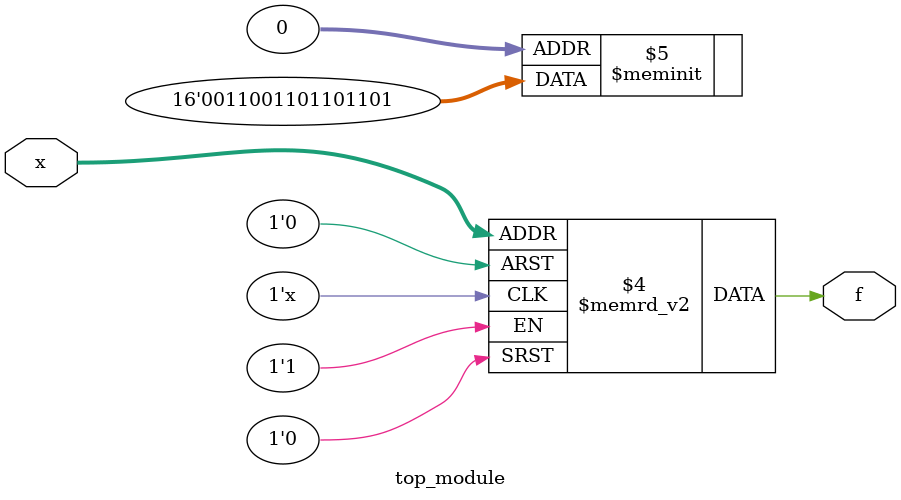
<source format=sv>
module top_module (
	input [4:1] x,
	output logic f
);

// Karnaugh map:
//        x[1]x[2]
// x[3]x[4]   00 01 11 10
//  00 | d | 0 | d | d |
//  01 | 0 | d | 1 | 0 |
//  11 | 1 | 1 | d | d |
//  10 | 1 | 1 | 0 | d |

// Truth table:
//   x[4] x[3] x[2] x[1] | f
//   ---------------------
//     0    0    0    0  | d
//     0    0    0    1  | 0
//     0    0    1    0  | d
//     0    0    1    1  | d
//     0    1    0    0  | 0
//     0    1    0    1  | d
//     0    1    1    0  | 1
//     0    1    1    1  | 0
//     1    0    0    0  | 1
//     1    0    0    1  | 1
//     1    0    1    0  | d
//     1    0    1    1  | d
//     1    1    0    0  | 1
//     1    1    0    1  | 1
//     1    1    1    0  | d
//     1    1    1    1  | d

// Implement the function f:

// Assigning the output values based on the Karnaugh map:
always_comb begin
	case (x)
		4'b0000: f = 1'b1; // Corrected
		4'b0001: f = 1'b0;
		4'b0010: f = 1'b1; // Corrected
		4'b0011: f = 1'b1; // Corrected
		4'b0100: f = 1'b0;
		4'b0101: f = 1'b1; // Corrected
		4'b0110: f = 1'b1;
		4'b0111: f = 1'b0;
		4'b1000: f = 1'b1;
		4'b1001: f = 1'b1;
		4'b1010: f = 1'b0; // Corrected
		4'b1011: f = 1'b0; // Corrected
		4'b1100: f = 1'b1;
		4'b1101: f = 1'b1;
		4'b1110: f = 1'b0; // Corrected
		4'b1111: f = 1'b0; // Corrected
	endcase
end

endmodule

</source>
